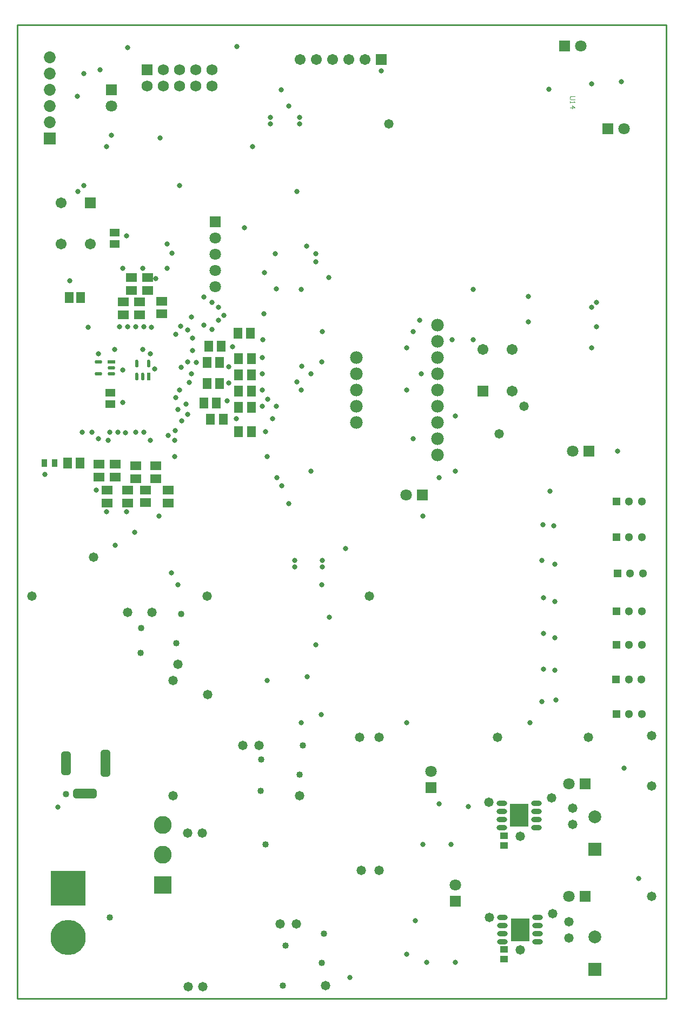
<source format=gbs>
G04*
G04 #@! TF.GenerationSoftware,Altium Limited,Altium Designer,22.6.1 (34)*
G04*
G04 Layer_Color=16711935*
%FSLAX25Y25*%
%MOIN*%
G70*
G04*
G04 #@! TF.SameCoordinates,26821394-4C13-4CD4-A4B4-11F4951342BE*
G04*
G04*
G04 #@! TF.FilePolarity,Negative*
G04*
G01*
G75*
%ADD12C,0.01000*%
%ADD16C,0.00236*%
%ADD22R,0.03378X0.04969*%
%ADD67R,0.06115X0.04737*%
%ADD73R,0.07887X0.07887*%
%ADD74C,0.07887*%
%ADD75C,0.07800*%
%ADD76C,0.21685*%
%ADD77R,0.21685X0.21685*%
G04:AMPARAMS|DCode=78|XSize=165.48mil|YSize=59.18mil|CornerRadius=16.8mil|HoleSize=0mil|Usage=FLASHONLY|Rotation=90.000|XOffset=0mil|YOffset=0mil|HoleType=Round|Shape=RoundedRectangle|*
%AMROUNDEDRECTD78*
21,1,0.16548,0.02559,0,0,90.0*
21,1,0.13189,0.05918,0,0,90.0*
1,1,0.03359,0.01280,0.06594*
1,1,0.03359,0.01280,-0.06594*
1,1,0.03359,-0.01280,-0.06594*
1,1,0.03359,-0.01280,0.06594*
%
%ADD78ROUNDEDRECTD78*%
G04:AMPARAMS|DCode=79|XSize=145.8mil|YSize=59.18mil|CornerRadius=16.8mil|HoleSize=0mil|Usage=FLASHONLY|Rotation=90.000|XOffset=0mil|YOffset=0mil|HoleType=Round|Shape=RoundedRectangle|*
%AMROUNDEDRECTD79*
21,1,0.14580,0.02559,0,0,90.0*
21,1,0.11221,0.05918,0,0,90.0*
1,1,0.03359,0.01280,0.05610*
1,1,0.03359,0.01280,-0.05610*
1,1,0.03359,-0.01280,-0.05610*
1,1,0.03359,-0.01280,0.05610*
%
%ADD79ROUNDEDRECTD79*%
G04:AMPARAMS|DCode=80|XSize=145.8mil|YSize=59.18mil|CornerRadius=16.8mil|HoleSize=0mil|Usage=FLASHONLY|Rotation=180.000|XOffset=0mil|YOffset=0mil|HoleType=Round|Shape=RoundedRectangle|*
%AMROUNDEDRECTD80*
21,1,0.14580,0.02559,0,0,180.0*
21,1,0.11221,0.05918,0,0,180.0*
1,1,0.03359,-0.05610,0.01280*
1,1,0.03359,0.05610,0.01280*
1,1,0.03359,0.05610,-0.01280*
1,1,0.03359,-0.05610,-0.01280*
%
%ADD80ROUNDEDRECTD80*%
%ADD81C,0.07099*%
%ADD82R,0.07099X0.07099*%
%ADD83R,0.07099X0.07099*%
%ADD84R,0.11024X0.11024*%
%ADD85C,0.11024*%
%ADD86C,0.06706*%
%ADD87R,0.06706X0.06706*%
%ADD88R,0.06902X0.06902*%
%ADD89C,0.06902*%
%ADD90R,0.06706X0.06706*%
%ADD91C,0.07296*%
%ADD92R,0.07296X0.07296*%
%ADD93R,0.05118X0.05118*%
%ADD94C,0.05118*%
%ADD95C,0.05800*%
%ADD96C,0.03200*%
%ADD97C,0.04000*%
%ADD120R,0.02095X0.04745*%
G04:AMPARAMS|DCode=121|XSize=47.45mil|YSize=20.95mil|CornerRadius=10.48mil|HoleSize=0mil|Usage=FLASHONLY|Rotation=90.000|XOffset=0mil|YOffset=0mil|HoleType=Round|Shape=RoundedRectangle|*
%AMROUNDEDRECTD121*
21,1,0.04745,0.00000,0,0,90.0*
21,1,0.02650,0.02095,0,0,90.0*
1,1,0.02095,0.00000,0.01325*
1,1,0.02095,0.00000,-0.01325*
1,1,0.02095,0.00000,-0.01325*
1,1,0.02095,0.00000,0.01325*
%
%ADD121ROUNDEDRECTD121*%
%ADD122R,0.04745X0.02095*%
G04:AMPARAMS|DCode=123|XSize=47.45mil|YSize=20.95mil|CornerRadius=10.48mil|HoleSize=0mil|Usage=FLASHONLY|Rotation=180.000|XOffset=0mil|YOffset=0mil|HoleType=Round|Shape=RoundedRectangle|*
%AMROUNDEDRECTD123*
21,1,0.04745,0.00000,0,0,180.0*
21,1,0.02650,0.02095,0,0,180.0*
1,1,0.02095,-0.01325,0.00000*
1,1,0.02095,0.01325,0.00000*
1,1,0.02095,0.01325,0.00000*
1,1,0.02095,-0.01325,0.00000*
%
%ADD123ROUNDEDRECTD123*%
%ADD129R,0.04969X0.03955*%
%ADD130R,0.06509X0.05524*%
%ADD131R,0.05328X0.06509*%
%ADD132R,0.05524X0.06509*%
%ADD133O,0.06509X0.03162*%
%ADD134R,0.11469X0.14186*%
D12*
X100000Y100000D02*
Y700000D01*
X500000D01*
Y100000D02*
Y700000D01*
X100000Y100000D02*
X500000D01*
D16*
X443720Y656100D02*
X441221D01*
X440722Y655601D01*
Y654601D01*
X441221Y654101D01*
X443720D01*
X440722Y653101D02*
Y652102D01*
Y652601D01*
X443720D01*
X443221Y653101D01*
X440722Y649103D02*
X443720D01*
X442221Y650602D01*
Y648603D01*
D22*
X116941Y430000D02*
D03*
X123059D02*
D03*
D67*
X160000Y572087D02*
D03*
Y565000D02*
D03*
X157500Y473543D02*
D03*
Y466457D02*
D03*
D73*
X456000Y192225D02*
D03*
Y118000D02*
D03*
D74*
Y212225D02*
D03*
Y138000D02*
D03*
D75*
X359000Y515000D02*
D03*
Y505000D02*
D03*
Y495000D02*
D03*
Y485000D02*
D03*
Y475000D02*
D03*
Y465000D02*
D03*
Y455000D02*
D03*
Y445000D02*
D03*
Y435000D02*
D03*
X309000Y495000D02*
D03*
Y485000D02*
D03*
Y475000D02*
D03*
Y465000D02*
D03*
Y455000D02*
D03*
D76*
X131382Y137862D02*
D03*
D77*
Y168240D02*
D03*
D78*
X154409Y245000D02*
D03*
D79*
X130000D02*
D03*
D80*
X141811Y226496D02*
D03*
D81*
X158000Y650000D02*
D03*
X355000Y240000D02*
D03*
X339850Y410493D02*
D03*
X440000Y232500D02*
D03*
X442500Y437500D02*
D03*
X447511Y686993D02*
D03*
X221993Y558850D02*
D03*
Y568850D02*
D03*
Y548850D02*
D03*
Y538850D02*
D03*
X473986Y636087D02*
D03*
X440000Y163031D02*
D03*
X370000Y170000D02*
D03*
D82*
X158000Y660000D02*
D03*
X355000Y230000D02*
D03*
X221993Y578850D02*
D03*
X370000Y160000D02*
D03*
D83*
X349850Y410493D02*
D03*
X450000Y232500D02*
D03*
X452500Y437500D02*
D03*
X437511Y686993D02*
D03*
X463986Y636087D02*
D03*
X450000Y163031D02*
D03*
D84*
X189882Y170236D02*
D03*
D85*
Y188740D02*
D03*
Y207244D02*
D03*
D86*
X145000Y565000D02*
D03*
X127284D02*
D03*
Y590590D02*
D03*
X387283Y500000D02*
D03*
X405000D02*
D03*
Y474409D02*
D03*
X274519Y678847D02*
D03*
X284519D02*
D03*
X294519D02*
D03*
X304519D02*
D03*
X314519D02*
D03*
D87*
X145000Y590590D02*
D03*
X387283Y474409D02*
D03*
D88*
X180000Y672500D02*
D03*
D89*
X220000D02*
D03*
X200000D02*
D03*
X210000Y662500D02*
D03*
X190000Y672500D02*
D03*
X200000Y662500D02*
D03*
X190000D02*
D03*
X180000D02*
D03*
X210000Y672500D02*
D03*
X220000Y662500D02*
D03*
D90*
X324519Y678847D02*
D03*
D91*
X120000Y680000D02*
D03*
Y670000D02*
D03*
Y660000D02*
D03*
Y640000D02*
D03*
Y650000D02*
D03*
D92*
Y630000D02*
D03*
D93*
X469429Y338957D02*
D03*
Y275584D02*
D03*
X470012Y362255D02*
D03*
X469167Y296811D02*
D03*
X469429Y384474D02*
D03*
X469429Y317989D02*
D03*
X469429Y406457D02*
D03*
D94*
X477303Y338957D02*
D03*
X485177D02*
D03*
X477303Y275584D02*
D03*
X485177D02*
D03*
X477886Y362255D02*
D03*
X485760D02*
D03*
X477041Y296811D02*
D03*
X484915D02*
D03*
X477303Y384474D02*
D03*
X485177D02*
D03*
X477303Y317989D02*
D03*
X485177D02*
D03*
X477303Y406457D02*
D03*
X485177D02*
D03*
D95*
X217500Y287500D02*
D03*
X147000Y372000D02*
D03*
X290000Y108000D02*
D03*
X272000Y146000D02*
D03*
X262000D02*
D03*
X205500Y107500D02*
D03*
X205000Y202000D02*
D03*
X323000Y261000D02*
D03*
X311000D02*
D03*
X323000Y179000D02*
D03*
X312000D02*
D03*
X214500Y107500D02*
D03*
X214000Y202000D02*
D03*
X274000Y225000D02*
D03*
X249000Y256000D02*
D03*
X239000D02*
D03*
X217000Y348000D02*
D03*
X109000D02*
D03*
X183000Y338000D02*
D03*
X168000D02*
D03*
X199000Y306000D02*
D03*
X329000Y639000D02*
D03*
X317000Y348000D02*
D03*
X196000Y225000D02*
D03*
Y296000D02*
D03*
X396000Y261000D02*
D03*
X397000Y448000D02*
D03*
X452000Y261000D02*
D03*
X491000Y262000D02*
D03*
Y231000D02*
D03*
Y163000D02*
D03*
X412500Y465000D02*
D03*
X442500Y207500D02*
D03*
Y217500D02*
D03*
X390888Y221095D02*
D03*
X429636Y223949D02*
D03*
X410000Y213500D02*
D03*
Y200000D02*
D03*
X430000Y152500D02*
D03*
X440000Y137500D02*
D03*
Y147500D02*
D03*
X391000Y150000D02*
D03*
X410000Y142500D02*
D03*
Y130000D02*
D03*
D96*
X368000Y506000D02*
D03*
X340000Y475000D02*
D03*
Y501000D02*
D03*
X349000Y485000D02*
D03*
X344000Y445000D02*
D03*
Y511000D02*
D03*
X288000D02*
D03*
X348000Y518000D02*
D03*
X370000Y425000D02*
D03*
X281039D02*
D03*
X260000Y421000D02*
D03*
X360000D02*
D03*
X381000Y506000D02*
D03*
Y537000D02*
D03*
X275000D02*
D03*
X284000Y559000D02*
D03*
X454000Y501000D02*
D03*
Y526000D02*
D03*
X457000Y514000D02*
D03*
Y529000D02*
D03*
X224000Y526000D02*
D03*
X415000Y517000D02*
D03*
X160378Y379400D02*
D03*
X137000Y656000D02*
D03*
X199000Y355000D02*
D03*
X187500Y397500D02*
D03*
X305000Y113000D02*
D03*
X254000Y296000D02*
D03*
X259000Y559000D02*
D03*
X288000Y370000D02*
D03*
X271000D02*
D03*
X288000Y366000D02*
D03*
X271000D02*
D03*
X274000Y643000D02*
D03*
X256000D02*
D03*
X274000Y639000D02*
D03*
X256000D02*
D03*
X156000Y444000D02*
D03*
X146000Y449000D02*
D03*
X157000D02*
D03*
X162000D02*
D03*
X173000D02*
D03*
X178000D02*
D03*
X184757Y488000D02*
D03*
X182106Y497500D02*
D03*
X207600Y520150D02*
D03*
X143900Y513809D02*
D03*
X197650Y509523D02*
D03*
X182746Y513746D02*
D03*
X185326Y543836D02*
D03*
X192500Y550000D02*
D03*
X141000Y670000D02*
D03*
Y601000D02*
D03*
X200000D02*
D03*
X284000Y554000D02*
D03*
X292294Y544400D02*
D03*
X287650Y492500D02*
D03*
Y355000D02*
D03*
X284000Y318000D02*
D03*
X281039Y485000D02*
D03*
X275450Y489767D02*
D03*
X278389Y563924D02*
D03*
X278924Y298389D02*
D03*
X262879Y660000D02*
D03*
X259850Y465000D02*
D03*
Y537500D02*
D03*
X263000Y416000D02*
D03*
X252000Y522000D02*
D03*
X227378Y521100D02*
D03*
X220000Y529000D02*
D03*
X415000Y532650D02*
D03*
X224000Y518000D02*
D03*
X215000Y515000D02*
D03*
X166704Y448697D02*
D03*
X140000Y449000D02*
D03*
X197000Y434000D02*
D03*
Y444000D02*
D03*
X182000D02*
D03*
X205000Y460000D02*
D03*
X199000Y463000D02*
D03*
X200735Y514487D02*
D03*
X197664Y470576D02*
D03*
X206175Y479878D02*
D03*
X200000Y475000D02*
D03*
X210611Y492076D02*
D03*
X207375Y484980D02*
D03*
X193000Y447000D02*
D03*
X197500Y450000D02*
D03*
X150253Y445093D02*
D03*
X201000Y489000D02*
D03*
X205000Y492500D02*
D03*
X173000Y514000D02*
D03*
X178000D02*
D03*
X168000D02*
D03*
X163000D02*
D03*
X235378Y686900D02*
D03*
X168000Y686000D02*
D03*
X370000Y459000D02*
D03*
X378000Y218500D02*
D03*
X148924Y413389D02*
D03*
X483000Y174000D02*
D03*
X205000Y512000D02*
D03*
X208075Y499500D02*
D03*
Y507000D02*
D03*
X427878Y660600D02*
D03*
X454111Y663924D02*
D03*
X151200Y672500D02*
D03*
X324622Y671900D02*
D03*
X158100Y632122D02*
D03*
X424378Y325100D02*
D03*
Y347100D02*
D03*
X423622Y370100D02*
D03*
X424000Y392000D02*
D03*
X424378Y303100D02*
D03*
X423622Y283100D02*
D03*
X432000Y284000D02*
D03*
X431622Y302400D02*
D03*
X428635Y412939D02*
D03*
X431500Y367674D02*
D03*
X431622Y344900D02*
D03*
Y322400D02*
D03*
X230424Y489389D02*
D03*
X229424Y468389D02*
D03*
X230600Y479622D02*
D03*
X251464Y506277D02*
D03*
X254400Y469622D02*
D03*
X251000Y495000D02*
D03*
Y485000D02*
D03*
Y475000D02*
D03*
Y465000D02*
D03*
X117122Y423100D02*
D03*
X272500Y597500D02*
D03*
X416000Y270000D02*
D03*
X240000Y575000D02*
D03*
X125000Y218000D02*
D03*
X275000Y270000D02*
D03*
X195000Y362500D02*
D03*
X287500Y275000D02*
D03*
X292500Y335000D02*
D03*
X302500Y377500D02*
D03*
X474000Y242000D02*
D03*
X254000Y434000D02*
D03*
X195600Y559622D02*
D03*
X192500Y565000D02*
D03*
X201553Y456022D02*
D03*
X188100Y630378D02*
D03*
X137500Y597500D02*
D03*
X272500Y480000D02*
D03*
X267500Y650000D02*
D03*
Y405000D02*
D03*
X232648Y501870D02*
D03*
X155000Y625000D02*
D03*
X245000D02*
D03*
X167500Y570000D02*
D03*
X177500Y550000D02*
D03*
X220000Y512500D02*
D03*
X215000Y532500D02*
D03*
X340000Y127500D02*
D03*
Y270000D02*
D03*
X275000Y475000D02*
D03*
X360000Y220000D02*
D03*
X257500Y457500D02*
D03*
X235000D02*
D03*
X350000Y397500D02*
D03*
X165000Y550000D02*
D03*
X172500Y387500D02*
D03*
X167500Y400000D02*
D03*
X252500Y547500D02*
D03*
X165000Y467500D02*
D03*
X150000Y497500D02*
D03*
X132500Y542500D02*
D03*
X165000Y487500D02*
D03*
X160000Y500000D02*
D03*
X177500D02*
D03*
X253075Y449500D02*
D03*
X204175Y466622D02*
D03*
X155000Y400000D02*
D03*
X472500Y665000D02*
D03*
X470000Y437500D02*
D03*
X430878Y391400D02*
D03*
X352500Y122500D02*
D03*
X350000Y195000D02*
D03*
X367500D02*
D03*
X370000Y122500D02*
D03*
X345339Y148000D02*
D03*
D97*
X253000Y195000D02*
D03*
X289000Y140000D02*
D03*
X201000Y337000D02*
D03*
X263865Y108193D02*
D03*
X287865Y122193D02*
D03*
X265565Y132735D02*
D03*
X250000Y228000D02*
D03*
X274000Y238000D02*
D03*
X250500Y247500D02*
D03*
X276000Y256000D02*
D03*
X198000Y319000D02*
D03*
X176000Y313000D02*
D03*
X176500Y328500D02*
D03*
X157000Y150000D02*
D03*
X130000Y226000D02*
D03*
D120*
X181240Y483364D02*
D03*
D121*
X177500D02*
D03*
X173760D02*
D03*
Y491636D02*
D03*
X181240D02*
D03*
D122*
X158272Y492500D02*
D03*
D123*
Y488760D02*
D03*
Y485020D02*
D03*
X150000D02*
D03*
Y492500D02*
D03*
D129*
X400000Y194544D02*
D03*
Y200456D02*
D03*
Y124544D02*
D03*
Y130456D02*
D03*
D130*
X189000Y529937D02*
D03*
Y522063D02*
D03*
X165575Y521626D02*
D03*
Y529500D02*
D03*
X175575Y521626D02*
D03*
Y529500D02*
D03*
X180575Y536626D02*
D03*
Y544500D02*
D03*
X155575Y405563D02*
D03*
Y413437D02*
D03*
X160575Y421626D02*
D03*
Y429500D02*
D03*
X179129Y405751D02*
D03*
Y413625D02*
D03*
X193075Y413437D02*
D03*
Y405563D02*
D03*
X150575Y421626D02*
D03*
Y429500D02*
D03*
X185575Y428437D02*
D03*
Y420563D02*
D03*
X173075D02*
D03*
Y428437D02*
D03*
X168075Y405563D02*
D03*
Y413437D02*
D03*
X170575Y544500D02*
D03*
Y536626D02*
D03*
D131*
X139020Y532000D02*
D03*
X132130D02*
D03*
D132*
X218063Y502000D02*
D03*
X225937D02*
D03*
X217063Y492000D02*
D03*
X224937D02*
D03*
Y479000D02*
D03*
X217063D02*
D03*
X222937Y467000D02*
D03*
X215063D02*
D03*
X227012Y457000D02*
D03*
X219138D02*
D03*
X236638Y484500D02*
D03*
X244512D02*
D03*
X236638Y494500D02*
D03*
X244512D02*
D03*
X243937Y510000D02*
D03*
X236063D02*
D03*
X244512Y464500D02*
D03*
X236638D02*
D03*
X244512Y449500D02*
D03*
X236638D02*
D03*
X131063Y430000D02*
D03*
X138937D02*
D03*
X236638Y474500D02*
D03*
X244512D02*
D03*
D133*
X398772Y205500D02*
D03*
Y210500D02*
D03*
Y215500D02*
D03*
Y220500D02*
D03*
X420228Y205500D02*
D03*
Y210500D02*
D03*
Y215500D02*
D03*
Y220500D02*
D03*
X420728Y150000D02*
D03*
Y145000D02*
D03*
Y140000D02*
D03*
Y135000D02*
D03*
X399272Y150000D02*
D03*
Y145000D02*
D03*
Y140000D02*
D03*
Y135000D02*
D03*
D134*
X409500Y213000D02*
D03*
X410000Y142500D02*
D03*
M02*

</source>
